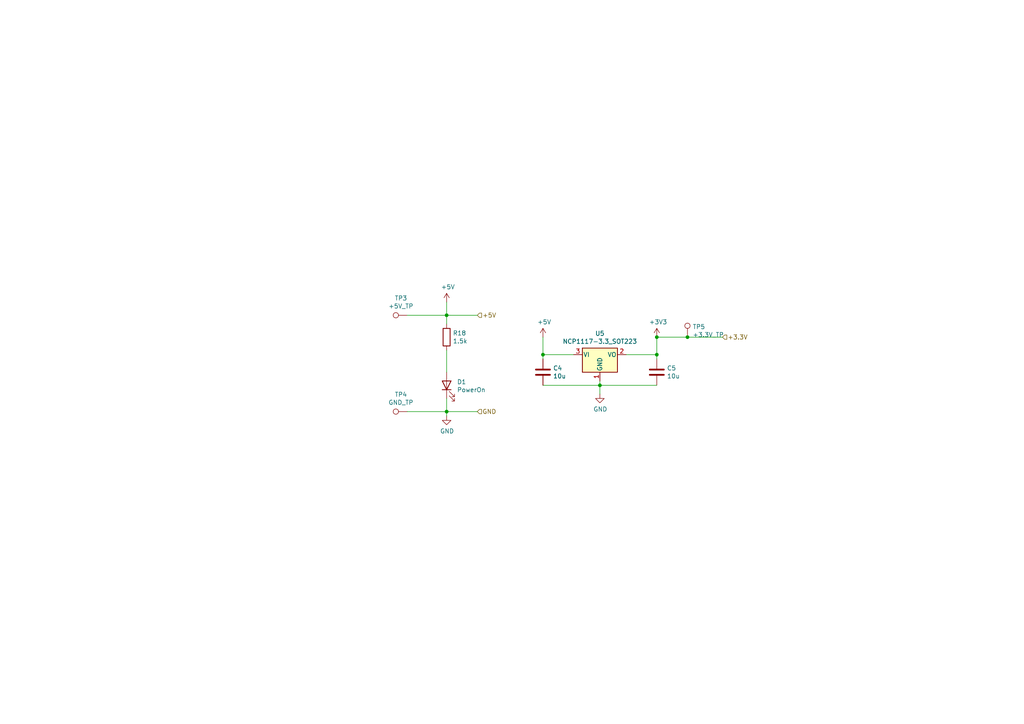
<source format=kicad_sch>
(kicad_sch (version 20211123) (generator eeschema)
  (paper "A4")
  (lib_symbols
    (symbol "Connector:TestPoint" (pin_numbers hide) (pin_names (offset 0.762) hide)
      (property "Reference" "TP" (at 0 6.858 0))
      (property "Value" "TestPoint" (at 0 5.08 0))
      (symbol "TestPoint_0_1"
        (circle (center 0 3.302) (radius 0.762))
      )
      (symbol "TestPoint_1_1"
        (pin passive line (at 0 0 90) (length 2.54) (name "1") (number "1"))
      )
    )
    (symbol "Device:C" (pin_numbers hide) (pin_names (offset 0.254))
      (property "Reference" "C" (at 0.635 2.54 0))
      (property "Value" "C" (at 0.635 -2.54 0))
      (symbol "C_0_1"
        (polyline (pts (xy -2.032 -0.762) (xy 2.032 -0.762)) (stroke (width 0.508)))
        (polyline (pts (xy -2.032 0.762) (xy 2.032 0.762)) (stroke (width 0.508)))
      )
      (symbol "C_1_1"
        (pin passive line (at 0 3.81 270) (length 2.794) (name "~") (number "1"))
        (pin passive line (at 0 -3.81 90) (length 2.794) (name "~") (number "2"))
      )
    )
    (symbol "Device:LED" (pin_numbers hide) (pin_names (offset 1.016) hide)
      (property "Reference" "D" (at 0 2.54 0))
      (property "Value" "LED" (at 0 -2.54 0))
      (symbol "LED_0_1"
        (polyline (pts (xy -1.27 -1.27) (xy -1.27 1.27)) (stroke (width 0.254)))
        (polyline (pts (xy -1.27 0) (xy 1.27 0)))
        (polyline (pts (xy 1.27 -1.27) (xy 1.27 1.27) (xy -1.27 0) (xy 1.27 -1.27)) (stroke (width 0.254)))
        (polyline (pts (xy -3.048 -0.762) (xy -4.572 -2.286) (xy -3.81 -2.286) (xy -4.572 -2.286) (xy -4.572 -1.524)))
        (polyline (pts (xy -1.778 -0.762) (xy -3.302 -2.286) (xy -2.54 -2.286) (xy -3.302 -2.286) (xy -3.302 -1.524)))
      )
      (symbol "LED_1_1"
        (pin passive line (at -3.81 0 0) (length 2.54) (name "K") (number "1"))
        (pin passive line (at 3.81 0 180) (length 2.54) (name "A") (number "2"))
      )
    )
    (symbol "Device:R" (pin_numbers hide) (pin_names (offset 0))
      (property "Reference" "R" (at 2.032 0 90))
      (property "Value" "R" (at 0 0 90))
      (symbol "R_0_1"
        (rectangle (start -1.016 -2.54) (end 1.016 2.54) (stroke (width 0.254)))
      )
      (symbol "R_1_1"
        (pin passive line (at 0 3.81 270) (length 1.27) (name "~") (number "1"))
        (pin passive line (at 0 -3.81 90) (length 1.27) (name "~") (number "2"))
      )
    )
    (symbol "Regulator_Linear:NCP1117-3.3_SOT223" (pin_names (offset 0.254))
      (property "Reference" "U" (at -3.81 3.175 0))
      (property "Value" "NCP1117-3.3_SOT223" (at 0 3.175 0))
      (symbol "NCP1117-3.3_SOT223_0_1"
        (rectangle (start -5.08 -5.08) (end 5.08 1.905) (stroke (width 0.254)) (fill (type background)))
      )
      (symbol "NCP1117-3.3_SOT223_1_1"
        (pin power_in line (at 0 -7.62 90) (length 2.54) (name "GND") (number "1"))
        (pin power_out line (at 7.62 0 180) (length 2.54) (name "VO") (number "2"))
        (pin power_in line (at -7.62 0 0) (length 2.54) (name "VI") (number "3"))
      )
    )
    (symbol "power:+3.3V" (power) (pin_names (offset 0))
      (property "Value" "+3.3V" (at 0 3.556 0))
      (symbol "+3.3V_0_1"
        (polyline (pts (xy -0.762 1.27) (xy 0 2.54)))
        (polyline (pts (xy 0 0) (xy 0 2.54)))
        (polyline (pts (xy 0 2.54) (xy 0.762 1.27)))
      )
      (symbol "+3.3V_1_1"
        (pin power_in line (at 0 0 90) (length 0) hide (name "+3V3") (number "1"))
      )
    )
    (symbol "power:+5V" (power) (pin_names (offset 0))
      (property "Value" "+5V" (at 0 3.556 0))
      (symbol "+5V_0_1"
        (polyline (pts (xy -0.762 1.27) (xy 0 2.54)))
        (polyline (pts (xy 0 0) (xy 0 2.54)))
        (polyline (pts (xy 0 2.54) (xy 0.762 1.27)))
      )
      (symbol "+5V_1_1"
        (pin power_in line (at 0 0 90) (length 0) hide (name "+5V") (number "1"))
      )
    )
    (symbol "power:GND" (power) (pin_names (offset 0))
      (property "Value" "GND" (at 0 -3.81 0))
      (symbol "GND_0_1"
        (polyline (pts (xy 0 0) (xy 0 -1.27) (xy 1.27 -1.27) (xy 0 -2.54) (xy -1.27 -1.27) (xy 0 -1.27)))
      )
      (symbol "GND_1_1"
        (pin power_in line (at 0 0 270) (length 0) hide (name "GND") (number "1"))
      )
    )
  )
  (junction (at 199.39 97.79))
  (junction (at 129.54 119.38))
  (junction (at 190.5 97.79))
  (junction (at 173.99 111.76))
  (junction (at 129.54 91.44))
  (junction (at 157.48 102.87))
  (junction (at 190.5 102.87))
  (wire (pts (xy 157.48 102.87) (xy 157.48 97.79)))
  (wire (pts (xy 129.54 91.44) (xy 129.54 93.98)))
  (wire (pts (xy 157.48 104.14) (xy 157.48 102.87)))
  (wire (pts (xy 118.11 91.44) (xy 129.54 91.44)))
  (wire (pts (xy 181.61 102.87) (xy 190.5 102.87)))
  (wire (pts (xy 199.39 97.79) (xy 209.55 97.79)))
  (wire (pts (xy 190.5 111.76) (xy 173.99 111.76)))
  (wire (pts (xy 138.43 91.44) (xy 129.54 91.44)))
  (wire (pts (xy 190.5 97.79) (xy 199.39 97.79)))
  (wire (pts (xy 118.11 119.38) (xy 129.54 119.38)))
  (wire (pts (xy 190.5 102.87) (xy 190.5 104.14)))
  (wire (pts (xy 173.99 111.76) (xy 173.99 110.49)))
  (wire (pts (xy 129.54 87.63) (xy 129.54 91.44)))
  (wire (pts (xy 166.37 102.87) (xy 157.48 102.87)))
  (wire (pts (xy 129.54 115.57) (xy 129.54 119.38)))
  (wire (pts (xy 138.43 119.38) (xy 129.54 119.38)))
  (wire (pts (xy 173.99 114.3) (xy 173.99 111.76)))
  (wire (pts (xy 157.48 111.76) (xy 173.99 111.76)))
  (wire (pts (xy 190.5 97.79) (xy 190.5 102.87)))
  (wire (pts (xy 129.54 101.6) (xy 129.54 107.95)))
  (wire (pts (xy 129.54 119.38) (xy 129.54 120.65)))
  (hierarchical_label "+5V" (shape input) (at 138.43 91.44 0))
  (hierarchical_label "GND" (shape input) (at 138.43 119.38 0))
  (hierarchical_label "+3.3V" (shape input) (at 209.55 97.79 0))
  (symbol (lib_id "Regulator_Linear:NCP1117-3.3_SOT223") (at 173.99 102.87 0) (unit 1)
    (property "Reference" "U5" (at 173.99 96.7232 0))
    (property "Value" "NCP1117-3.3_SOT223" (at 173.99 99.0346 0))
    (property "Footprint" "Package_TO_SOT_SMD:SOT-223-3_TabPin2" (effects hide))
    (property "Datasheet" "http://www.onsemi.com/pub_link/Collateral/NCP1117-D.PDF" (effects hide))
  )
  (symbol (lib_id "Device:C") (at 190.5 107.95 0) (unit 1)
    (property "Reference" "C5" (at 193.421 106.7816 0) (effects (justify left)))
    (property "Value" "10u" (at 193.421 109.093 0) (effects (justify left)))
    (property "Footprint" "Capacitor_SMD:C_0805_2012Metric" (effects hide))
  )
  (symbol (lib_id "Device:C") (at 157.48 107.95 0) (unit 1)
    (property "Reference" "C4" (at 160.401 106.7816 0) (effects (justify left)))
    (property "Value" "10u" (at 160.401 109.093 0) (effects (justify left)))
    (property "Footprint" "Capacitor_SMD:C_0805_2012Metric" (effects hide))
  )
  (symbol (lib_id "power:+5V") (at 157.48 97.79 0) (unit 1)
    (property "Reference" "#PWR0104" (effects hide))
    (property "Value" "+5V" (at 157.861 93.3958 0))
  )
  (symbol (lib_id "power:+3.3V") (at 190.5 97.79 0) (unit 1)
    (property "Reference" "#PWR0103" (effects hide))
    (property "Value" "+3.3V" (at 190.881 93.3958 0))
  )
  (symbol (lib_id "power:GND") (at 173.99 114.3 0) (unit 1)
    (property "Reference" "#PWR0101" (effects hide))
    (property "Value" "GND" (at 174.117 118.6942 0))
  )
  (symbol (lib_id "Connector:TestPoint") (at 199.39 97.79 0) (unit 1)
    (property "Reference" "TP5" (at 200.8632 94.7928 0) (effects (justify left)))
    (property "Value" "+3.3V_TP" (at 200.8632 97.1042 0) (effects (justify left)))
    (property "Footprint" "TestPoint:TestPoint_Pad_1.5x1.5mm" (effects hide))
  )
  (symbol (lib_id "Device:R") (at 129.54 97.79 0) (unit 1)
    (property "Reference" "R18" (at 131.318 96.6216 0) (effects (justify left)))
    (property "Value" "1.5k" (at 131.318 98.933 0) (effects (justify left)))
    (property "Footprint" "Resistor_SMD:R_0805_2012Metric" (effects hide))
  )
  (symbol (lib_id "Device:LED") (at 129.54 111.76 90) (unit 1)
    (property "Reference" "D1" (at 132.5372 110.7694 90) (effects (justify right)))
    (property "Value" "PowerOn" (at 132.5372 113.0808 90) (effects (justify right)))
    (property "Footprint" "LED_SMD:LED_0805_2012Metric" (effects hide))
  )
  (symbol (lib_id "power:+5V") (at 129.54 87.63 0) (unit 1)
    (property "Reference" "#PWR0105" (effects hide))
    (property "Value" "+5V" (at 129.921 83.2358 0))
  )
  (symbol (lib_id "power:GND") (at 129.54 120.65 0) (unit 1)
    (property "Reference" "#PWR0106" (effects hide))
    (property "Value" "GND" (at 129.667 125.0442 0))
  )
  (symbol (lib_id "Connector:TestPoint") (at 118.11 91.44 90) (unit 1)
    (property "Reference" "TP3" (at 116.2812 86.487 90))
    (property "Value" "+5V_TP" (at 116.2812 88.7984 90))
    (property "Footprint" "TestPoint:TestPoint_Pad_1.5x1.5mm" (effects hide))
  )
  (symbol (lib_id "Connector:TestPoint") (at 118.11 119.38 90) (unit 1)
    (property "Reference" "TP4" (at 116.2812 114.427 90))
    (property "Value" "GND_TP" (at 116.2812 116.7384 90))
    (property "Footprint" "TestPoint:TestPoint_Pad_1.5x1.5mm" (effects hide))
  )
)
</source>
